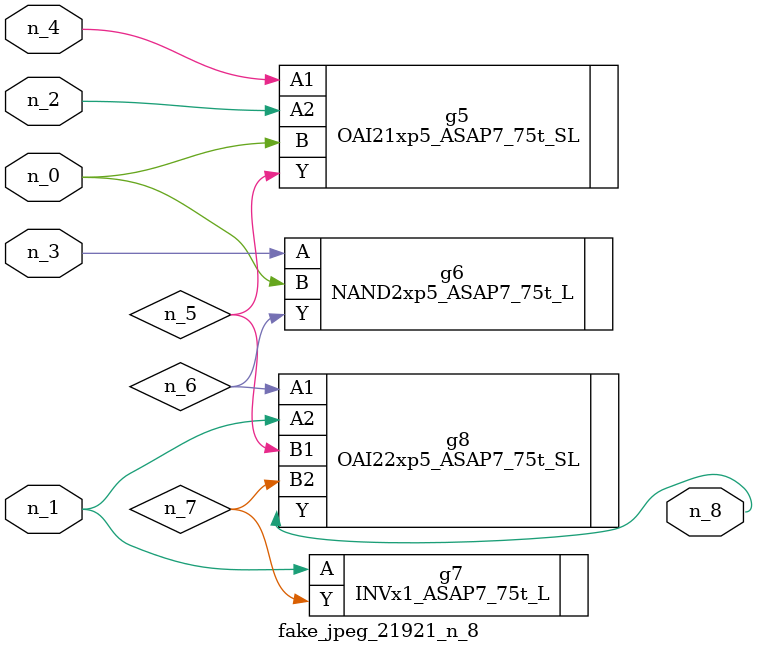
<source format=v>
module fake_jpeg_21921_n_8 (n_3, n_2, n_1, n_0, n_4, n_8);

input n_3;
input n_2;
input n_1;
input n_0;
input n_4;

output n_8;

wire n_6;
wire n_5;
wire n_7;

OAI21xp5_ASAP7_75t_SL g5 ( 
.A1(n_4),
.A2(n_2),
.B(n_0),
.Y(n_5)
);

NAND2xp5_ASAP7_75t_L g6 ( 
.A(n_3),
.B(n_0),
.Y(n_6)
);

INVx1_ASAP7_75t_L g7 ( 
.A(n_1),
.Y(n_7)
);

OAI22xp5_ASAP7_75t_SL g8 ( 
.A1(n_6),
.A2(n_1),
.B1(n_5),
.B2(n_7),
.Y(n_8)
);


endmodule
</source>
